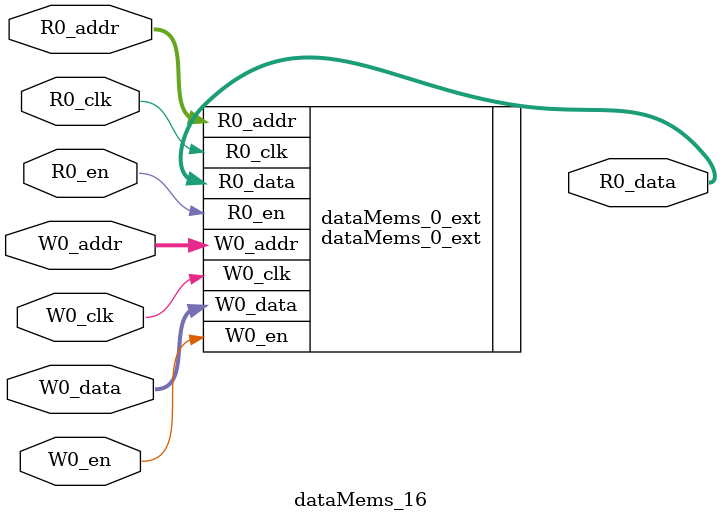
<source format=sv>
`ifndef RANDOMIZE
  `ifdef RANDOMIZE_REG_INIT
    `define RANDOMIZE
  `endif // RANDOMIZE_REG_INIT
`endif // not def RANDOMIZE
`ifndef RANDOMIZE
  `ifdef RANDOMIZE_MEM_INIT
    `define RANDOMIZE
  `endif // RANDOMIZE_MEM_INIT
`endif // not def RANDOMIZE

`ifndef RANDOM
  `define RANDOM $random
`endif // not def RANDOM

// Users can define 'PRINTF_COND' to add an extra gate to prints.
`ifndef PRINTF_COND_
  `ifdef PRINTF_COND
    `define PRINTF_COND_ (`PRINTF_COND)
  `else  // PRINTF_COND
    `define PRINTF_COND_ 1
  `endif // PRINTF_COND
`endif // not def PRINTF_COND_

// Users can define 'ASSERT_VERBOSE_COND' to add an extra gate to assert error printing.
`ifndef ASSERT_VERBOSE_COND_
  `ifdef ASSERT_VERBOSE_COND
    `define ASSERT_VERBOSE_COND_ (`ASSERT_VERBOSE_COND)
  `else  // ASSERT_VERBOSE_COND
    `define ASSERT_VERBOSE_COND_ 1
  `endif // ASSERT_VERBOSE_COND
`endif // not def ASSERT_VERBOSE_COND_

// Users can define 'STOP_COND' to add an extra gate to stop conditions.
`ifndef STOP_COND_
  `ifdef STOP_COND
    `define STOP_COND_ (`STOP_COND)
  `else  // STOP_COND
    `define STOP_COND_ 1
  `endif // STOP_COND
`endif // not def STOP_COND_

// Users can define INIT_RANDOM as general code that gets injected into the
// initializer block for modules with registers.
`ifndef INIT_RANDOM
  `define INIT_RANDOM
`endif // not def INIT_RANDOM

// If using random initialization, you can also define RANDOMIZE_DELAY to
// customize the delay used, otherwise 0.002 is used.
`ifndef RANDOMIZE_DELAY
  `define RANDOMIZE_DELAY 0.002
`endif // not def RANDOMIZE_DELAY

// Define INIT_RANDOM_PROLOG_ for use in our modules below.
`ifndef INIT_RANDOM_PROLOG_
  `ifdef RANDOMIZE
    `ifdef VERILATOR
      `define INIT_RANDOM_PROLOG_ `INIT_RANDOM
    `else  // VERILATOR
      `define INIT_RANDOM_PROLOG_ `INIT_RANDOM #`RANDOMIZE_DELAY begin end
    `endif // VERILATOR
  `else  // RANDOMIZE
    `define INIT_RANDOM_PROLOG_
  `endif // RANDOMIZE
`endif // not def INIT_RANDOM_PROLOG_

// Include register initializers in init blocks unless synthesis is set
`ifndef SYNTHESIS
  `ifndef ENABLE_INITIAL_REG_
    `define ENABLE_INITIAL_REG_
  `endif // not def ENABLE_INITIAL_REG_
`endif // not def SYNTHESIS

// Include rmemory initializers in init blocks unless synthesis is set
`ifndef SYNTHESIS
  `ifndef ENABLE_INITIAL_MEM_
    `define ENABLE_INITIAL_MEM_
  `endif // not def ENABLE_INITIAL_MEM_
`endif // not def SYNTHESIS

module dataMems_16(	// @[generators/ara/src/main/scala/UnsafeAXI4ToTL.scala:365:62]
  input  [4:0]  R0_addr,
  input         R0_en,
  input         R0_clk,
  output [66:0] R0_data,
  input  [4:0]  W0_addr,
  input         W0_en,
  input         W0_clk,
  input  [66:0] W0_data
);

  dataMems_0_ext dataMems_0_ext (	// @[generators/ara/src/main/scala/UnsafeAXI4ToTL.scala:365:62]
    .R0_addr (R0_addr),
    .R0_en   (R0_en),
    .R0_clk  (R0_clk),
    .R0_data (R0_data),
    .W0_addr (W0_addr),
    .W0_en   (W0_en),
    .W0_clk  (W0_clk),
    .W0_data (W0_data)
  );
endmodule


</source>
